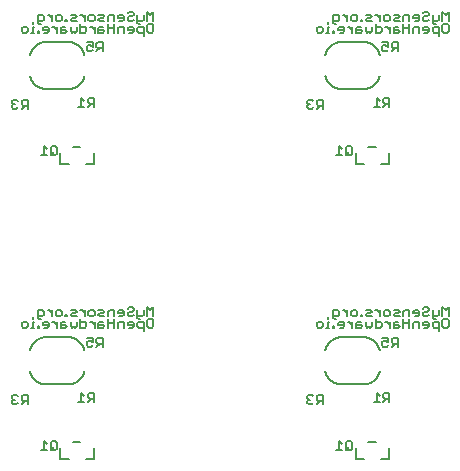
<source format=gbo>
G75*
%MOIN*%
%OFA0B0*%
%FSLAX25Y25*%
%IPPOS*%
%LPD*%
%AMOC8*
5,1,8,0,0,1.08239X$1,22.5*
%
%ADD10C,0.00500*%
%ADD11C,0.00800*%
D10*
X0035562Y0035733D02*
X0036578Y0035733D01*
X0037085Y0036240D01*
X0038317Y0035733D02*
X0039333Y0036748D01*
X0038825Y0036748D02*
X0040348Y0036748D01*
X0040348Y0035733D02*
X0040348Y0038779D01*
X0038825Y0038779D01*
X0038317Y0038271D01*
X0038317Y0037256D01*
X0038825Y0036748D01*
X0037085Y0038271D02*
X0036578Y0038779D01*
X0035562Y0038779D01*
X0035055Y0038271D01*
X0035055Y0037763D01*
X0035562Y0037256D01*
X0035055Y0036748D01*
X0035055Y0036240D01*
X0035562Y0035733D01*
X0035562Y0037256D02*
X0036070Y0037256D01*
X0045793Y0023340D02*
X0045793Y0020294D01*
X0044778Y0020294D02*
X0046809Y0020294D01*
X0048041Y0020294D02*
X0049056Y0021310D01*
X0049564Y0020294D02*
X0050071Y0020802D01*
X0050071Y0022832D01*
X0049564Y0023340D01*
X0048548Y0023340D01*
X0048041Y0022832D01*
X0048041Y0020802D01*
X0048548Y0020294D01*
X0049564Y0020294D01*
X0051229Y0020977D02*
X0051229Y0017421D01*
X0054023Y0017421D01*
X0055547Y0023009D02*
X0057960Y0023009D01*
X0062405Y0020977D02*
X0062405Y0017421D01*
X0059865Y0017421D01*
X0046809Y0022325D02*
X0045793Y0023340D01*
X0057253Y0036452D02*
X0059284Y0036452D01*
X0058269Y0036452D02*
X0058269Y0039498D01*
X0059284Y0038483D01*
X0060516Y0038991D02*
X0060516Y0037975D01*
X0061024Y0037468D01*
X0062547Y0037468D01*
X0062547Y0036452D02*
X0062547Y0039498D01*
X0061024Y0039498D01*
X0060516Y0038991D01*
X0061531Y0037468D02*
X0060516Y0036452D01*
X0060555Y0054873D02*
X0061571Y0054873D01*
X0062078Y0055381D01*
X0062078Y0056396D02*
X0061063Y0056904D01*
X0060555Y0056904D01*
X0060048Y0056396D01*
X0060048Y0055381D01*
X0060555Y0054873D01*
X0062078Y0056396D02*
X0062078Y0057919D01*
X0060048Y0057919D01*
X0059444Y0061093D02*
X0059951Y0061600D01*
X0059951Y0062615D01*
X0059444Y0063123D01*
X0057921Y0063123D01*
X0057921Y0064138D02*
X0057921Y0061093D01*
X0059444Y0061093D01*
X0061147Y0063123D02*
X0061655Y0063123D01*
X0062670Y0062108D01*
X0062670Y0061093D02*
X0062670Y0063123D01*
X0063902Y0062615D02*
X0063902Y0061093D01*
X0065425Y0061093D01*
X0065933Y0061600D01*
X0065425Y0062108D01*
X0063902Y0062108D01*
X0063902Y0062615D02*
X0064410Y0063123D01*
X0065425Y0063123D01*
X0067165Y0062615D02*
X0069196Y0062615D01*
X0070428Y0062615D02*
X0070428Y0061093D01*
X0069196Y0061093D02*
X0069196Y0064138D01*
X0069196Y0064990D02*
X0069196Y0067021D01*
X0067673Y0067021D01*
X0067165Y0066513D01*
X0067165Y0064990D01*
X0067165Y0064138D02*
X0067165Y0061093D01*
X0065341Y0057919D02*
X0063818Y0057919D01*
X0063310Y0057411D01*
X0063310Y0056396D01*
X0063818Y0055889D01*
X0065341Y0055889D01*
X0064326Y0055889D02*
X0063310Y0054873D01*
X0065341Y0054873D02*
X0065341Y0057919D01*
X0070428Y0062615D02*
X0070935Y0063123D01*
X0072458Y0063123D01*
X0072458Y0061093D01*
X0073690Y0062108D02*
X0075721Y0062108D01*
X0075721Y0062615D02*
X0075213Y0063123D01*
X0074198Y0063123D01*
X0073690Y0062615D01*
X0073690Y0062108D01*
X0074198Y0061093D02*
X0075213Y0061093D01*
X0075721Y0061600D01*
X0075721Y0062615D01*
X0076953Y0062615D02*
X0076953Y0061600D01*
X0077460Y0061093D01*
X0078983Y0061093D01*
X0078983Y0060077D02*
X0078983Y0063123D01*
X0077460Y0063123D01*
X0076953Y0062615D01*
X0077460Y0063975D02*
X0077968Y0063975D01*
X0077460Y0063975D02*
X0076953Y0064483D01*
X0076953Y0067021D01*
X0075721Y0067021D02*
X0075213Y0066513D01*
X0074198Y0066513D01*
X0073690Y0066005D01*
X0073690Y0065498D01*
X0074198Y0064990D01*
X0075213Y0064990D01*
X0075721Y0065498D01*
X0076953Y0064990D02*
X0078476Y0064990D01*
X0078983Y0065498D01*
X0078983Y0067021D01*
X0080215Y0068036D02*
X0080215Y0064990D01*
X0080723Y0064138D02*
X0080215Y0063631D01*
X0080215Y0061600D01*
X0080723Y0061093D01*
X0081738Y0061093D01*
X0082246Y0061600D01*
X0082246Y0063631D01*
X0081738Y0064138D01*
X0080723Y0064138D01*
X0082246Y0064990D02*
X0082246Y0068036D01*
X0081231Y0067021D01*
X0080215Y0068036D01*
X0075721Y0067528D02*
X0075721Y0067021D01*
X0075721Y0067528D02*
X0075213Y0068036D01*
X0074198Y0068036D01*
X0073690Y0067528D01*
X0072458Y0066513D02*
X0072458Y0065498D01*
X0071951Y0064990D01*
X0070935Y0064990D01*
X0070428Y0066005D02*
X0072458Y0066005D01*
X0072458Y0066513D02*
X0071951Y0067021D01*
X0070935Y0067021D01*
X0070428Y0066513D01*
X0070428Y0066005D01*
X0065933Y0066513D02*
X0065425Y0067021D01*
X0063902Y0067021D01*
X0064410Y0066005D02*
X0065425Y0066005D01*
X0065933Y0066513D01*
X0065933Y0064990D02*
X0064410Y0064990D01*
X0063902Y0065498D01*
X0064410Y0066005D01*
X0062670Y0065498D02*
X0062163Y0064990D01*
X0061147Y0064990D01*
X0060640Y0065498D01*
X0060640Y0066513D01*
X0061147Y0067021D01*
X0062163Y0067021D01*
X0062670Y0066513D01*
X0062670Y0065498D01*
X0059408Y0066005D02*
X0058392Y0067021D01*
X0057885Y0067021D01*
X0056689Y0066513D02*
X0056181Y0067021D01*
X0054658Y0067021D01*
X0055166Y0066005D02*
X0056181Y0066005D01*
X0056689Y0066513D01*
X0056689Y0064990D02*
X0055166Y0064990D01*
X0054658Y0065498D01*
X0055166Y0066005D01*
X0053426Y0065498D02*
X0052919Y0065498D01*
X0052919Y0064990D01*
X0053426Y0064990D01*
X0053426Y0065498D01*
X0051795Y0065498D02*
X0051287Y0064990D01*
X0050272Y0064990D01*
X0049764Y0065498D01*
X0049764Y0066513D01*
X0050272Y0067021D01*
X0051287Y0067021D01*
X0051795Y0066513D01*
X0051795Y0065498D01*
X0051903Y0063123D02*
X0051396Y0062615D01*
X0051396Y0061093D01*
X0052919Y0061093D01*
X0053426Y0061600D01*
X0052919Y0062108D01*
X0051396Y0062108D01*
X0051903Y0063123D02*
X0052919Y0063123D01*
X0054658Y0063123D02*
X0054658Y0061600D01*
X0055166Y0061093D01*
X0055674Y0061600D01*
X0056181Y0061093D01*
X0056689Y0061600D01*
X0056689Y0063123D01*
X0059408Y0064990D02*
X0059408Y0067021D01*
X0050164Y0063123D02*
X0050164Y0061093D01*
X0050164Y0062108D02*
X0049148Y0063123D01*
X0048641Y0063123D01*
X0047445Y0062615D02*
X0047445Y0061600D01*
X0046937Y0061093D01*
X0045922Y0061093D01*
X0045414Y0062108D02*
X0047445Y0062108D01*
X0047445Y0062615D02*
X0046937Y0063123D01*
X0045922Y0063123D01*
X0045414Y0062615D01*
X0045414Y0062108D01*
X0044182Y0061600D02*
X0043674Y0061600D01*
X0043674Y0061093D01*
X0044182Y0061093D01*
X0044182Y0061600D01*
X0042551Y0061093D02*
X0041536Y0061093D01*
X0042043Y0061093D02*
X0042043Y0063123D01*
X0042551Y0063123D01*
X0042043Y0064138D02*
X0042043Y0064646D01*
X0043783Y0064483D02*
X0043783Y0067021D01*
X0045306Y0067021D01*
X0045813Y0066513D01*
X0045813Y0065498D01*
X0045306Y0064990D01*
X0043783Y0064990D01*
X0043783Y0064483D02*
X0044291Y0063975D01*
X0044798Y0063975D01*
X0047009Y0067021D02*
X0047517Y0067021D01*
X0048532Y0066005D01*
X0048532Y0064990D02*
X0048532Y0067021D01*
X0040376Y0062615D02*
X0040376Y0061600D01*
X0039868Y0061093D01*
X0038853Y0061093D01*
X0038345Y0061600D01*
X0038345Y0062615D01*
X0038853Y0063123D01*
X0039868Y0063123D01*
X0040376Y0062615D01*
X0051229Y0115846D02*
X0051229Y0119402D01*
X0050071Y0119227D02*
X0050071Y0121258D01*
X0049564Y0121765D01*
X0048548Y0121765D01*
X0048041Y0121258D01*
X0048041Y0119227D01*
X0048548Y0118719D01*
X0049564Y0118719D01*
X0050071Y0119227D01*
X0049056Y0119735D02*
X0048041Y0118719D01*
X0046809Y0118719D02*
X0044778Y0118719D01*
X0045793Y0118719D02*
X0045793Y0121765D01*
X0046809Y0120750D01*
X0051229Y0115846D02*
X0054023Y0115846D01*
X0055547Y0121434D02*
X0057960Y0121434D01*
X0062405Y0119402D02*
X0062405Y0115846D01*
X0059865Y0115846D01*
X0059284Y0134878D02*
X0057253Y0134878D01*
X0058269Y0134878D02*
X0058269Y0137923D01*
X0059284Y0136908D01*
X0060516Y0137416D02*
X0060516Y0136400D01*
X0061024Y0135893D01*
X0062547Y0135893D01*
X0062547Y0134878D02*
X0062547Y0137923D01*
X0061024Y0137923D01*
X0060516Y0137416D01*
X0061531Y0135893D02*
X0060516Y0134878D01*
X0060555Y0153298D02*
X0061571Y0153298D01*
X0062078Y0153806D01*
X0062078Y0154821D02*
X0061063Y0155329D01*
X0060555Y0155329D01*
X0060048Y0154821D01*
X0060048Y0153806D01*
X0060555Y0153298D01*
X0062078Y0154821D02*
X0062078Y0156344D01*
X0060048Y0156344D01*
X0063310Y0155837D02*
X0063310Y0154821D01*
X0063818Y0154314D01*
X0065341Y0154314D01*
X0064326Y0154314D02*
X0063310Y0153298D01*
X0065341Y0153298D02*
X0065341Y0156344D01*
X0063818Y0156344D01*
X0063310Y0155837D01*
X0063902Y0159518D02*
X0065425Y0159518D01*
X0065933Y0160025D01*
X0065425Y0160533D01*
X0063902Y0160533D01*
X0063902Y0161041D02*
X0063902Y0159518D01*
X0062670Y0159518D02*
X0062670Y0161548D01*
X0061655Y0161548D02*
X0061147Y0161548D01*
X0061655Y0161548D02*
X0062670Y0160533D01*
X0063902Y0161041D02*
X0064410Y0161548D01*
X0065425Y0161548D01*
X0067165Y0161041D02*
X0069196Y0161041D01*
X0070428Y0161041D02*
X0070935Y0161548D01*
X0072458Y0161548D01*
X0072458Y0159518D01*
X0073690Y0160533D02*
X0075721Y0160533D01*
X0075721Y0160025D02*
X0075721Y0161041D01*
X0075213Y0161548D01*
X0074198Y0161548D01*
X0073690Y0161041D01*
X0073690Y0160533D01*
X0074198Y0159518D02*
X0075213Y0159518D01*
X0075721Y0160025D01*
X0076953Y0160025D02*
X0077460Y0159518D01*
X0078983Y0159518D01*
X0078983Y0158502D02*
X0078983Y0161548D01*
X0077460Y0161548D01*
X0076953Y0161041D01*
X0076953Y0160025D01*
X0077460Y0162400D02*
X0077968Y0162400D01*
X0077460Y0162400D02*
X0076953Y0162908D01*
X0076953Y0165446D01*
X0075721Y0165446D02*
X0075213Y0164938D01*
X0074198Y0164938D01*
X0073690Y0164431D01*
X0073690Y0163923D01*
X0074198Y0163415D01*
X0075213Y0163415D01*
X0075721Y0163923D01*
X0076953Y0163415D02*
X0078476Y0163415D01*
X0078983Y0163923D01*
X0078983Y0165446D01*
X0080215Y0166461D02*
X0080215Y0163415D01*
X0080723Y0162564D02*
X0080215Y0162056D01*
X0080215Y0160025D01*
X0080723Y0159518D01*
X0081738Y0159518D01*
X0082246Y0160025D01*
X0082246Y0162056D01*
X0081738Y0162564D01*
X0080723Y0162564D01*
X0082246Y0163415D02*
X0082246Y0166461D01*
X0081231Y0165446D01*
X0080215Y0166461D01*
X0075721Y0165954D02*
X0075721Y0165446D01*
X0075721Y0165954D02*
X0075213Y0166461D01*
X0074198Y0166461D01*
X0073690Y0165954D01*
X0072458Y0164938D02*
X0071951Y0165446D01*
X0070935Y0165446D01*
X0070428Y0164938D01*
X0070428Y0164431D01*
X0072458Y0164431D01*
X0072458Y0164938D02*
X0072458Y0163923D01*
X0071951Y0163415D01*
X0070935Y0163415D01*
X0069196Y0163415D02*
X0069196Y0165446D01*
X0067673Y0165446D01*
X0067165Y0164938D01*
X0067165Y0163415D01*
X0067165Y0162564D02*
X0067165Y0159518D01*
X0069196Y0159518D02*
X0069196Y0162564D01*
X0070428Y0161041D02*
X0070428Y0159518D01*
X0065933Y0163415D02*
X0064410Y0163415D01*
X0063902Y0163923D01*
X0064410Y0164431D01*
X0065425Y0164431D01*
X0065933Y0164938D01*
X0065425Y0165446D01*
X0063902Y0165446D01*
X0062670Y0164938D02*
X0062670Y0163923D01*
X0062163Y0163415D01*
X0061147Y0163415D01*
X0060640Y0163923D01*
X0060640Y0164938D01*
X0061147Y0165446D01*
X0062163Y0165446D01*
X0062670Y0164938D01*
X0059408Y0164431D02*
X0058392Y0165446D01*
X0057885Y0165446D01*
X0056689Y0164938D02*
X0056181Y0165446D01*
X0054658Y0165446D01*
X0055166Y0164431D02*
X0056181Y0164431D01*
X0056689Y0164938D01*
X0056689Y0163415D02*
X0055166Y0163415D01*
X0054658Y0163923D01*
X0055166Y0164431D01*
X0053426Y0163923D02*
X0052919Y0163923D01*
X0052919Y0163415D01*
X0053426Y0163415D01*
X0053426Y0163923D01*
X0051795Y0163923D02*
X0051287Y0163415D01*
X0050272Y0163415D01*
X0049764Y0163923D01*
X0049764Y0164938D01*
X0050272Y0165446D01*
X0051287Y0165446D01*
X0051795Y0164938D01*
X0051795Y0163923D01*
X0051903Y0161548D02*
X0051396Y0161041D01*
X0051396Y0159518D01*
X0052919Y0159518D01*
X0053426Y0160025D01*
X0052919Y0160533D01*
X0051396Y0160533D01*
X0051903Y0161548D02*
X0052919Y0161548D01*
X0054658Y0161548D02*
X0054658Y0160025D01*
X0055166Y0159518D01*
X0055674Y0160025D01*
X0056181Y0159518D01*
X0056689Y0160025D01*
X0056689Y0161548D01*
X0057921Y0161548D02*
X0059444Y0161548D01*
X0059951Y0161041D01*
X0059951Y0160025D01*
X0059444Y0159518D01*
X0057921Y0159518D01*
X0057921Y0162564D01*
X0059408Y0163415D02*
X0059408Y0165446D01*
X0050164Y0161548D02*
X0050164Y0159518D01*
X0050164Y0160533D02*
X0049148Y0161548D01*
X0048641Y0161548D01*
X0047445Y0161041D02*
X0046937Y0161548D01*
X0045922Y0161548D01*
X0045414Y0161041D01*
X0045414Y0160533D01*
X0047445Y0160533D01*
X0047445Y0160025D02*
X0047445Y0161041D01*
X0047445Y0160025D02*
X0046937Y0159518D01*
X0045922Y0159518D01*
X0044182Y0159518D02*
X0043674Y0159518D01*
X0043674Y0160025D01*
X0044182Y0160025D01*
X0044182Y0159518D01*
X0042551Y0159518D02*
X0041536Y0159518D01*
X0042043Y0159518D02*
X0042043Y0161548D01*
X0042551Y0161548D01*
X0042043Y0162564D02*
X0042043Y0163071D01*
X0043783Y0162908D02*
X0043783Y0165446D01*
X0045306Y0165446D01*
X0045813Y0164938D01*
X0045813Y0163923D01*
X0045306Y0163415D01*
X0043783Y0163415D01*
X0043783Y0162908D02*
X0044291Y0162400D01*
X0044798Y0162400D01*
X0047009Y0165446D02*
X0047517Y0165446D01*
X0048532Y0164431D01*
X0048532Y0165446D02*
X0048532Y0163415D01*
X0040376Y0161041D02*
X0040376Y0160025D01*
X0039868Y0159518D01*
X0038853Y0159518D01*
X0038345Y0160025D01*
X0038345Y0161041D01*
X0038853Y0161548D01*
X0039868Y0161548D01*
X0040376Y0161041D01*
X0040348Y0137204D02*
X0038825Y0137204D01*
X0038317Y0136696D01*
X0038317Y0135681D01*
X0038825Y0135173D01*
X0040348Y0135173D01*
X0040348Y0134158D02*
X0040348Y0137204D01*
X0039333Y0135173D02*
X0038317Y0134158D01*
X0037085Y0134665D02*
X0036578Y0134158D01*
X0035562Y0134158D01*
X0035055Y0134665D01*
X0035055Y0135173D01*
X0035562Y0135681D01*
X0036070Y0135681D01*
X0035562Y0135681D02*
X0035055Y0136188D01*
X0035055Y0136696D01*
X0035562Y0137204D01*
X0036578Y0137204D01*
X0037085Y0136696D01*
X0133480Y0136696D02*
X0133480Y0136188D01*
X0133988Y0135681D01*
X0133480Y0135173D01*
X0133480Y0134665D01*
X0133988Y0134158D01*
X0135003Y0134158D01*
X0135511Y0134665D01*
X0136743Y0134158D02*
X0137758Y0135173D01*
X0137250Y0135173D02*
X0138773Y0135173D01*
X0138773Y0134158D02*
X0138773Y0137204D01*
X0137250Y0137204D01*
X0136743Y0136696D01*
X0136743Y0135681D01*
X0137250Y0135173D01*
X0135511Y0136696D02*
X0135003Y0137204D01*
X0133988Y0137204D01*
X0133480Y0136696D01*
X0133988Y0135681D02*
X0134495Y0135681D01*
X0144219Y0121765D02*
X0144219Y0118719D01*
X0145234Y0118719D02*
X0143203Y0118719D01*
X0145234Y0120750D02*
X0144219Y0121765D01*
X0146466Y0121258D02*
X0146466Y0119227D01*
X0146973Y0118719D01*
X0147989Y0118719D01*
X0148496Y0119227D01*
X0148496Y0121258D01*
X0147989Y0121765D01*
X0146973Y0121765D01*
X0146466Y0121258D01*
X0147481Y0119735D02*
X0146466Y0118719D01*
X0149654Y0119402D02*
X0149654Y0115846D01*
X0152448Y0115846D01*
X0153972Y0121434D02*
X0156385Y0121434D01*
X0160830Y0119402D02*
X0160830Y0115846D01*
X0158290Y0115846D01*
X0157709Y0134878D02*
X0155678Y0134878D01*
X0156694Y0134878D02*
X0156694Y0137923D01*
X0157709Y0136908D01*
X0158941Y0136400D02*
X0159449Y0135893D01*
X0160972Y0135893D01*
X0160972Y0134878D02*
X0160972Y0137923D01*
X0159449Y0137923D01*
X0158941Y0137416D01*
X0158941Y0136400D01*
X0159956Y0135893D02*
X0158941Y0134878D01*
X0158981Y0153298D02*
X0159996Y0153298D01*
X0160504Y0153806D01*
X0160504Y0154821D02*
X0159488Y0155329D01*
X0158981Y0155329D01*
X0158473Y0154821D01*
X0158473Y0153806D01*
X0158981Y0153298D01*
X0160504Y0154821D02*
X0160504Y0156344D01*
X0158473Y0156344D01*
X0157869Y0159518D02*
X0156346Y0159518D01*
X0156346Y0162564D01*
X0156346Y0161548D02*
X0157869Y0161548D01*
X0158377Y0161041D01*
X0158377Y0160025D01*
X0157869Y0159518D01*
X0159573Y0161548D02*
X0160080Y0161548D01*
X0161096Y0160533D01*
X0161096Y0159518D02*
X0161096Y0161548D01*
X0162328Y0161041D02*
X0162835Y0161548D01*
X0163851Y0161548D01*
X0163851Y0160533D02*
X0162328Y0160533D01*
X0162328Y0161041D02*
X0162328Y0159518D01*
X0163851Y0159518D01*
X0164358Y0160025D01*
X0163851Y0160533D01*
X0165590Y0161041D02*
X0167621Y0161041D01*
X0168853Y0161041D02*
X0168853Y0159518D01*
X0167621Y0159518D02*
X0167621Y0162564D01*
X0167621Y0163415D02*
X0167621Y0165446D01*
X0166098Y0165446D01*
X0165590Y0164938D01*
X0165590Y0163415D01*
X0165590Y0162564D02*
X0165590Y0159518D01*
X0168853Y0161041D02*
X0169360Y0161548D01*
X0170883Y0161548D01*
X0170883Y0159518D01*
X0172115Y0160533D02*
X0174146Y0160533D01*
X0174146Y0160025D02*
X0174146Y0161041D01*
X0173638Y0161548D01*
X0172623Y0161548D01*
X0172115Y0161041D01*
X0172115Y0160533D01*
X0172623Y0159518D02*
X0173638Y0159518D01*
X0174146Y0160025D01*
X0175378Y0160025D02*
X0175886Y0159518D01*
X0177409Y0159518D01*
X0177409Y0158502D02*
X0177409Y0161548D01*
X0175886Y0161548D01*
X0175378Y0161041D01*
X0175378Y0160025D01*
X0175886Y0162400D02*
X0176393Y0162400D01*
X0175886Y0162400D02*
X0175378Y0162908D01*
X0175378Y0165446D01*
X0174146Y0165446D02*
X0173638Y0164938D01*
X0172623Y0164938D01*
X0172115Y0164431D01*
X0172115Y0163923D01*
X0172623Y0163415D01*
X0173638Y0163415D01*
X0174146Y0163923D01*
X0175378Y0163415D02*
X0176901Y0163415D01*
X0177409Y0163923D01*
X0177409Y0165446D01*
X0178641Y0166461D02*
X0178641Y0163415D01*
X0179148Y0162564D02*
X0178641Y0162056D01*
X0178641Y0160025D01*
X0179148Y0159518D01*
X0180164Y0159518D01*
X0180671Y0160025D01*
X0180671Y0162056D01*
X0180164Y0162564D01*
X0179148Y0162564D01*
X0180671Y0163415D02*
X0180671Y0166461D01*
X0179656Y0165446D01*
X0178641Y0166461D01*
X0174146Y0165954D02*
X0174146Y0165446D01*
X0174146Y0165954D02*
X0173638Y0166461D01*
X0172623Y0166461D01*
X0172115Y0165954D01*
X0170883Y0164938D02*
X0170376Y0165446D01*
X0169360Y0165446D01*
X0168853Y0164938D01*
X0168853Y0164431D01*
X0170883Y0164431D01*
X0170883Y0164938D02*
X0170883Y0163923D01*
X0170376Y0163415D01*
X0169360Y0163415D01*
X0164358Y0163415D02*
X0162835Y0163415D01*
X0162328Y0163923D01*
X0162835Y0164431D01*
X0163851Y0164431D01*
X0164358Y0164938D01*
X0163851Y0165446D01*
X0162328Y0165446D01*
X0161096Y0164938D02*
X0161096Y0163923D01*
X0160588Y0163415D01*
X0159573Y0163415D01*
X0159065Y0163923D01*
X0159065Y0164938D01*
X0159573Y0165446D01*
X0160588Y0165446D01*
X0161096Y0164938D01*
X0157833Y0164431D02*
X0156818Y0165446D01*
X0156310Y0165446D01*
X0155114Y0164938D02*
X0154606Y0164431D01*
X0153591Y0164431D01*
X0153083Y0163923D01*
X0153591Y0163415D01*
X0155114Y0163415D01*
X0155114Y0164938D02*
X0154606Y0165446D01*
X0153083Y0165446D01*
X0151851Y0163923D02*
X0151344Y0163923D01*
X0151344Y0163415D01*
X0151851Y0163415D01*
X0151851Y0163923D01*
X0150220Y0163923D02*
X0149712Y0163415D01*
X0148697Y0163415D01*
X0148190Y0163923D01*
X0148190Y0164938D01*
X0148697Y0165446D01*
X0149712Y0165446D01*
X0150220Y0164938D01*
X0150220Y0163923D01*
X0150328Y0161548D02*
X0149821Y0161041D01*
X0149821Y0159518D01*
X0151344Y0159518D01*
X0151851Y0160025D01*
X0151344Y0160533D01*
X0149821Y0160533D01*
X0150328Y0161548D02*
X0151344Y0161548D01*
X0153083Y0161548D02*
X0153083Y0160025D01*
X0153591Y0159518D01*
X0154099Y0160025D01*
X0154606Y0159518D01*
X0155114Y0160025D01*
X0155114Y0161548D01*
X0157833Y0163415D02*
X0157833Y0165446D01*
X0148589Y0161548D02*
X0148589Y0159518D01*
X0148589Y0160533D02*
X0147574Y0161548D01*
X0147066Y0161548D01*
X0145870Y0161041D02*
X0145362Y0161548D01*
X0144347Y0161548D01*
X0143839Y0161041D01*
X0143839Y0160533D01*
X0145870Y0160533D01*
X0145870Y0160025D02*
X0145870Y0161041D01*
X0145870Y0160025D02*
X0145362Y0159518D01*
X0144347Y0159518D01*
X0142607Y0159518D02*
X0142100Y0159518D01*
X0142100Y0160025D01*
X0142607Y0160025D01*
X0142607Y0159518D01*
X0140976Y0159518D02*
X0139961Y0159518D01*
X0140468Y0159518D02*
X0140468Y0161548D01*
X0140976Y0161548D01*
X0140468Y0162564D02*
X0140468Y0163071D01*
X0142208Y0162908D02*
X0142208Y0165446D01*
X0143731Y0165446D01*
X0144239Y0164938D01*
X0144239Y0163923D01*
X0143731Y0163415D01*
X0142208Y0163415D01*
X0142208Y0162908D02*
X0142716Y0162400D01*
X0143223Y0162400D01*
X0146957Y0163415D02*
X0146957Y0165446D01*
X0145942Y0165446D02*
X0145435Y0165446D01*
X0145942Y0165446D02*
X0146957Y0164431D01*
X0138801Y0161041D02*
X0138801Y0160025D01*
X0138293Y0159518D01*
X0137278Y0159518D01*
X0136770Y0160025D01*
X0136770Y0161041D01*
X0137278Y0161548D01*
X0138293Y0161548D01*
X0138801Y0161041D01*
X0161736Y0155837D02*
X0161736Y0154821D01*
X0162243Y0154314D01*
X0163766Y0154314D01*
X0162751Y0154314D02*
X0161736Y0153298D01*
X0163766Y0153298D02*
X0163766Y0156344D01*
X0162243Y0156344D01*
X0161736Y0155837D01*
X0172623Y0068036D02*
X0173638Y0068036D01*
X0174146Y0067528D01*
X0174146Y0067021D01*
X0173638Y0066513D01*
X0172623Y0066513D01*
X0172115Y0066005D01*
X0172115Y0065498D01*
X0172623Y0064990D01*
X0173638Y0064990D01*
X0174146Y0065498D01*
X0175378Y0064990D02*
X0176901Y0064990D01*
X0177409Y0065498D01*
X0177409Y0067021D01*
X0178641Y0068036D02*
X0178641Y0064990D01*
X0179148Y0064138D02*
X0178641Y0063631D01*
X0178641Y0061600D01*
X0179148Y0061093D01*
X0180164Y0061093D01*
X0180671Y0061600D01*
X0180671Y0063631D01*
X0180164Y0064138D01*
X0179148Y0064138D01*
X0180671Y0064990D02*
X0180671Y0068036D01*
X0179656Y0067021D01*
X0178641Y0068036D01*
X0175378Y0067021D02*
X0175378Y0064483D01*
X0175886Y0063975D01*
X0176393Y0063975D01*
X0175886Y0063123D02*
X0175378Y0062615D01*
X0175378Y0061600D01*
X0175886Y0061093D01*
X0177409Y0061093D01*
X0177409Y0060077D02*
X0177409Y0063123D01*
X0175886Y0063123D01*
X0174146Y0062615D02*
X0174146Y0061600D01*
X0173638Y0061093D01*
X0172623Y0061093D01*
X0172115Y0062108D02*
X0174146Y0062108D01*
X0174146Y0062615D02*
X0173638Y0063123D01*
X0172623Y0063123D01*
X0172115Y0062615D01*
X0172115Y0062108D01*
X0170883Y0061093D02*
X0170883Y0063123D01*
X0169360Y0063123D01*
X0168853Y0062615D01*
X0168853Y0061093D01*
X0167621Y0061093D02*
X0167621Y0064138D01*
X0167621Y0064990D02*
X0167621Y0067021D01*
X0166098Y0067021D01*
X0165590Y0066513D01*
X0165590Y0064990D01*
X0165590Y0064138D02*
X0165590Y0061093D01*
X0164358Y0061600D02*
X0163851Y0062108D01*
X0162328Y0062108D01*
X0162328Y0062615D02*
X0162328Y0061093D01*
X0163851Y0061093D01*
X0164358Y0061600D01*
X0165590Y0062615D02*
X0167621Y0062615D01*
X0169360Y0064990D02*
X0170376Y0064990D01*
X0170883Y0065498D01*
X0170883Y0066513D01*
X0170376Y0067021D01*
X0169360Y0067021D01*
X0168853Y0066513D01*
X0168853Y0066005D01*
X0170883Y0066005D01*
X0172115Y0067528D02*
X0172623Y0068036D01*
X0164358Y0066513D02*
X0163851Y0067021D01*
X0162328Y0067021D01*
X0162835Y0066005D02*
X0163851Y0066005D01*
X0164358Y0066513D01*
X0164358Y0064990D02*
X0162835Y0064990D01*
X0162328Y0065498D01*
X0162835Y0066005D01*
X0161096Y0066513D02*
X0161096Y0065498D01*
X0160588Y0064990D01*
X0159573Y0064990D01*
X0159065Y0065498D01*
X0159065Y0066513D01*
X0159573Y0067021D01*
X0160588Y0067021D01*
X0161096Y0066513D01*
X0157833Y0066005D02*
X0156818Y0067021D01*
X0156310Y0067021D01*
X0155114Y0066513D02*
X0154606Y0067021D01*
X0153083Y0067021D01*
X0153591Y0066005D02*
X0153083Y0065498D01*
X0153591Y0064990D01*
X0155114Y0064990D01*
X0154606Y0066005D02*
X0155114Y0066513D01*
X0154606Y0066005D02*
X0153591Y0066005D01*
X0151851Y0065498D02*
X0151344Y0065498D01*
X0151344Y0064990D01*
X0151851Y0064990D01*
X0151851Y0065498D01*
X0150220Y0065498D02*
X0150220Y0066513D01*
X0149712Y0067021D01*
X0148697Y0067021D01*
X0148190Y0066513D01*
X0148190Y0065498D01*
X0148697Y0064990D01*
X0149712Y0064990D01*
X0150220Y0065498D01*
X0150328Y0063123D02*
X0149821Y0062615D01*
X0149821Y0061093D01*
X0151344Y0061093D01*
X0151851Y0061600D01*
X0151344Y0062108D01*
X0149821Y0062108D01*
X0150328Y0063123D02*
X0151344Y0063123D01*
X0153083Y0063123D02*
X0153083Y0061600D01*
X0153591Y0061093D01*
X0154099Y0061600D01*
X0154606Y0061093D01*
X0155114Y0061600D01*
X0155114Y0063123D01*
X0156346Y0063123D02*
X0157869Y0063123D01*
X0158377Y0062615D01*
X0158377Y0061600D01*
X0157869Y0061093D01*
X0156346Y0061093D01*
X0156346Y0064138D01*
X0157833Y0064990D02*
X0157833Y0067021D01*
X0159573Y0063123D02*
X0160080Y0063123D01*
X0161096Y0062108D01*
X0161096Y0061093D02*
X0161096Y0063123D01*
X0162328Y0062615D02*
X0162835Y0063123D01*
X0163851Y0063123D01*
X0163766Y0057919D02*
X0162243Y0057919D01*
X0161736Y0057411D01*
X0161736Y0056396D01*
X0162243Y0055889D01*
X0163766Y0055889D01*
X0162751Y0055889D02*
X0161736Y0054873D01*
X0160504Y0055381D02*
X0159996Y0054873D01*
X0158981Y0054873D01*
X0158473Y0055381D01*
X0158473Y0056396D01*
X0158981Y0056904D01*
X0159488Y0056904D01*
X0160504Y0056396D01*
X0160504Y0057919D01*
X0158473Y0057919D01*
X0163766Y0057919D02*
X0163766Y0054873D01*
X0160972Y0039498D02*
X0159449Y0039498D01*
X0158941Y0038991D01*
X0158941Y0037975D01*
X0159449Y0037468D01*
X0160972Y0037468D01*
X0159956Y0037468D02*
X0158941Y0036452D01*
X0157709Y0036452D02*
X0155678Y0036452D01*
X0156694Y0036452D02*
X0156694Y0039498D01*
X0157709Y0038483D01*
X0160972Y0039498D02*
X0160972Y0036452D01*
X0156385Y0023009D02*
X0153972Y0023009D01*
X0149654Y0020977D02*
X0149654Y0017421D01*
X0152448Y0017421D01*
X0148496Y0020802D02*
X0147989Y0020294D01*
X0146973Y0020294D01*
X0146466Y0020802D01*
X0146466Y0022832D01*
X0146973Y0023340D01*
X0147989Y0023340D01*
X0148496Y0022832D01*
X0148496Y0020802D01*
X0147481Y0021310D02*
X0146466Y0020294D01*
X0145234Y0020294D02*
X0143203Y0020294D01*
X0144219Y0020294D02*
X0144219Y0023340D01*
X0145234Y0022325D01*
X0158290Y0017421D02*
X0160830Y0017421D01*
X0160830Y0020977D01*
X0138773Y0035733D02*
X0138773Y0038779D01*
X0137250Y0038779D01*
X0136743Y0038271D01*
X0136743Y0037256D01*
X0137250Y0036748D01*
X0138773Y0036748D01*
X0137758Y0036748D02*
X0136743Y0035733D01*
X0135511Y0036240D02*
X0135003Y0035733D01*
X0133988Y0035733D01*
X0133480Y0036240D01*
X0133480Y0036748D01*
X0133988Y0037256D01*
X0134495Y0037256D01*
X0133988Y0037256D02*
X0133480Y0037763D01*
X0133480Y0038271D01*
X0133988Y0038779D01*
X0135003Y0038779D01*
X0135511Y0038271D01*
X0137278Y0061093D02*
X0136770Y0061600D01*
X0136770Y0062615D01*
X0137278Y0063123D01*
X0138293Y0063123D01*
X0138801Y0062615D01*
X0138801Y0061600D01*
X0138293Y0061093D01*
X0137278Y0061093D01*
X0139961Y0061093D02*
X0140976Y0061093D01*
X0140468Y0061093D02*
X0140468Y0063123D01*
X0140976Y0063123D01*
X0140468Y0064138D02*
X0140468Y0064646D01*
X0142208Y0064483D02*
X0142208Y0067021D01*
X0143731Y0067021D01*
X0144239Y0066513D01*
X0144239Y0065498D01*
X0143731Y0064990D01*
X0142208Y0064990D01*
X0142208Y0064483D02*
X0142716Y0063975D01*
X0143223Y0063975D01*
X0144347Y0063123D02*
X0143839Y0062615D01*
X0143839Y0062108D01*
X0145870Y0062108D01*
X0145870Y0062615D02*
X0145362Y0063123D01*
X0144347Y0063123D01*
X0145870Y0062615D02*
X0145870Y0061600D01*
X0145362Y0061093D01*
X0144347Y0061093D01*
X0142607Y0061093D02*
X0142100Y0061093D01*
X0142100Y0061600D01*
X0142607Y0061600D01*
X0142607Y0061093D01*
X0147066Y0063123D02*
X0147574Y0063123D01*
X0148589Y0062108D01*
X0148589Y0061093D02*
X0148589Y0063123D01*
X0146957Y0064990D02*
X0146957Y0067021D01*
X0145942Y0067021D02*
X0145435Y0067021D01*
X0145942Y0067021D02*
X0146957Y0066005D01*
D11*
X0144701Y0058087D02*
X0152575Y0058087D01*
X0152724Y0058074D01*
X0152873Y0058058D01*
X0153021Y0058038D01*
X0153168Y0058014D01*
X0153315Y0057986D01*
X0153461Y0057955D01*
X0153606Y0057919D01*
X0153751Y0057880D01*
X0153894Y0057836D01*
X0154036Y0057789D01*
X0154176Y0057739D01*
X0154315Y0057684D01*
X0154453Y0057626D01*
X0154589Y0057565D01*
X0154724Y0057499D01*
X0154857Y0057431D01*
X0154987Y0057359D01*
X0155116Y0057283D01*
X0155243Y0057204D01*
X0155368Y0057121D01*
X0155491Y0057036D01*
X0155611Y0056947D01*
X0155729Y0056855D01*
X0155844Y0056760D01*
X0155957Y0056662D01*
X0156067Y0056561D01*
X0156174Y0056457D01*
X0156279Y0056350D01*
X0156381Y0056241D01*
X0156480Y0056129D01*
X0156576Y0056014D01*
X0156669Y0055897D01*
X0156759Y0055778D01*
X0156845Y0055656D01*
X0156928Y0055532D01*
X0157009Y0055406D01*
X0157085Y0055277D01*
X0157158Y0055147D01*
X0157228Y0055015D01*
X0157295Y0054881D01*
X0157357Y0054745D01*
X0157416Y0054608D01*
X0157472Y0054469D01*
X0157524Y0054329D01*
X0157572Y0054187D01*
X0157616Y0054045D01*
X0157657Y0053901D01*
X0157693Y0053756D01*
X0157693Y0046669D02*
X0157657Y0046524D01*
X0157616Y0046381D01*
X0157572Y0046238D01*
X0157524Y0046096D01*
X0157472Y0045956D01*
X0157416Y0045817D01*
X0157357Y0045680D01*
X0157295Y0045544D01*
X0157228Y0045410D01*
X0157159Y0045278D01*
X0157085Y0045148D01*
X0157009Y0045019D01*
X0156929Y0044893D01*
X0156845Y0044769D01*
X0156759Y0044647D01*
X0156669Y0044528D01*
X0156576Y0044411D01*
X0156480Y0044296D01*
X0156381Y0044184D01*
X0156279Y0044075D01*
X0156175Y0043968D01*
X0156067Y0043864D01*
X0155957Y0043763D01*
X0155844Y0043665D01*
X0155729Y0043570D01*
X0155611Y0043478D01*
X0155491Y0043389D01*
X0155368Y0043303D01*
X0155243Y0043221D01*
X0155116Y0043142D01*
X0154987Y0043066D01*
X0154857Y0042994D01*
X0154724Y0042925D01*
X0154589Y0042860D01*
X0154453Y0042799D01*
X0154315Y0042741D01*
X0154176Y0042686D01*
X0154035Y0042636D01*
X0153894Y0042589D01*
X0153750Y0042545D01*
X0153606Y0042506D01*
X0153461Y0042470D01*
X0153315Y0042439D01*
X0153168Y0042411D01*
X0153021Y0042387D01*
X0152872Y0042367D01*
X0152724Y0042351D01*
X0152575Y0042338D01*
X0152575Y0042339D02*
X0144701Y0042339D01*
X0144701Y0042338D02*
X0144552Y0042351D01*
X0144403Y0042367D01*
X0144255Y0042387D01*
X0144108Y0042411D01*
X0143961Y0042439D01*
X0143815Y0042470D01*
X0143670Y0042506D01*
X0143525Y0042545D01*
X0143382Y0042589D01*
X0143240Y0042636D01*
X0143100Y0042686D01*
X0142961Y0042741D01*
X0142823Y0042799D01*
X0142687Y0042860D01*
X0142552Y0042926D01*
X0142419Y0042994D01*
X0142289Y0043066D01*
X0142160Y0043142D01*
X0142033Y0043221D01*
X0141908Y0043304D01*
X0141785Y0043389D01*
X0141665Y0043478D01*
X0141547Y0043570D01*
X0141432Y0043665D01*
X0141319Y0043763D01*
X0141209Y0043864D01*
X0141102Y0043968D01*
X0140997Y0044075D01*
X0140895Y0044184D01*
X0140796Y0044296D01*
X0140700Y0044411D01*
X0140607Y0044528D01*
X0140517Y0044647D01*
X0140431Y0044769D01*
X0140348Y0044893D01*
X0140267Y0045019D01*
X0140191Y0045148D01*
X0140118Y0045278D01*
X0140048Y0045410D01*
X0139981Y0045544D01*
X0139919Y0045680D01*
X0139860Y0045817D01*
X0139804Y0045956D01*
X0139752Y0046096D01*
X0139704Y0046238D01*
X0139660Y0046380D01*
X0139619Y0046524D01*
X0139583Y0046669D01*
X0139583Y0053756D02*
X0139619Y0053901D01*
X0139660Y0054044D01*
X0139704Y0054187D01*
X0139752Y0054329D01*
X0139804Y0054469D01*
X0139860Y0054608D01*
X0139919Y0054745D01*
X0139981Y0054881D01*
X0140048Y0055015D01*
X0140117Y0055147D01*
X0140191Y0055277D01*
X0140267Y0055406D01*
X0140347Y0055532D01*
X0140431Y0055656D01*
X0140517Y0055778D01*
X0140607Y0055897D01*
X0140700Y0056014D01*
X0140796Y0056129D01*
X0140895Y0056241D01*
X0140997Y0056350D01*
X0141101Y0056457D01*
X0141209Y0056561D01*
X0141319Y0056662D01*
X0141432Y0056760D01*
X0141547Y0056855D01*
X0141665Y0056947D01*
X0141785Y0057036D01*
X0141908Y0057122D01*
X0142033Y0057204D01*
X0142160Y0057283D01*
X0142289Y0057359D01*
X0142419Y0057431D01*
X0142552Y0057500D01*
X0142687Y0057565D01*
X0142823Y0057626D01*
X0142961Y0057684D01*
X0143100Y0057739D01*
X0143241Y0057789D01*
X0143382Y0057836D01*
X0143526Y0057880D01*
X0143670Y0057919D01*
X0143815Y0057955D01*
X0143961Y0057986D01*
X0144108Y0058014D01*
X0144255Y0058038D01*
X0144404Y0058058D01*
X0144552Y0058074D01*
X0144701Y0058087D01*
X0144701Y0140764D02*
X0152575Y0140764D01*
X0152575Y0140763D02*
X0152724Y0140776D01*
X0152872Y0140792D01*
X0153021Y0140812D01*
X0153168Y0140836D01*
X0153315Y0140864D01*
X0153461Y0140895D01*
X0153606Y0140931D01*
X0153750Y0140970D01*
X0153894Y0141014D01*
X0154035Y0141061D01*
X0154176Y0141111D01*
X0154315Y0141166D01*
X0154453Y0141224D01*
X0154589Y0141285D01*
X0154724Y0141350D01*
X0154857Y0141419D01*
X0154987Y0141491D01*
X0155116Y0141567D01*
X0155243Y0141646D01*
X0155368Y0141728D01*
X0155491Y0141814D01*
X0155611Y0141903D01*
X0155729Y0141995D01*
X0155844Y0142090D01*
X0155957Y0142188D01*
X0156067Y0142289D01*
X0156175Y0142393D01*
X0156279Y0142500D01*
X0156381Y0142609D01*
X0156480Y0142721D01*
X0156576Y0142836D01*
X0156669Y0142953D01*
X0156759Y0143072D01*
X0156845Y0143194D01*
X0156929Y0143318D01*
X0157009Y0143444D01*
X0157085Y0143573D01*
X0157159Y0143703D01*
X0157228Y0143835D01*
X0157295Y0143969D01*
X0157357Y0144105D01*
X0157416Y0144242D01*
X0157472Y0144381D01*
X0157524Y0144521D01*
X0157572Y0144663D01*
X0157616Y0144806D01*
X0157657Y0144949D01*
X0157693Y0145094D01*
X0157693Y0152181D02*
X0157657Y0152326D01*
X0157616Y0152470D01*
X0157572Y0152612D01*
X0157524Y0152754D01*
X0157472Y0152894D01*
X0157416Y0153033D01*
X0157357Y0153170D01*
X0157295Y0153306D01*
X0157228Y0153440D01*
X0157158Y0153572D01*
X0157085Y0153702D01*
X0157009Y0153831D01*
X0156928Y0153957D01*
X0156845Y0154081D01*
X0156759Y0154203D01*
X0156669Y0154322D01*
X0156576Y0154439D01*
X0156480Y0154554D01*
X0156381Y0154666D01*
X0156279Y0154775D01*
X0156174Y0154882D01*
X0156067Y0154986D01*
X0155957Y0155087D01*
X0155844Y0155185D01*
X0155729Y0155280D01*
X0155611Y0155372D01*
X0155491Y0155461D01*
X0155368Y0155546D01*
X0155243Y0155629D01*
X0155116Y0155708D01*
X0154987Y0155784D01*
X0154857Y0155856D01*
X0154724Y0155924D01*
X0154589Y0155990D01*
X0154453Y0156051D01*
X0154315Y0156109D01*
X0154176Y0156164D01*
X0154036Y0156214D01*
X0153894Y0156261D01*
X0153751Y0156305D01*
X0153606Y0156344D01*
X0153461Y0156380D01*
X0153315Y0156411D01*
X0153168Y0156439D01*
X0153021Y0156463D01*
X0152873Y0156483D01*
X0152724Y0156499D01*
X0152575Y0156512D01*
X0144701Y0156512D01*
X0144701Y0156513D02*
X0144552Y0156500D01*
X0144404Y0156484D01*
X0144255Y0156464D01*
X0144108Y0156440D01*
X0143961Y0156412D01*
X0143815Y0156381D01*
X0143670Y0156345D01*
X0143526Y0156306D01*
X0143382Y0156262D01*
X0143241Y0156215D01*
X0143100Y0156165D01*
X0142961Y0156110D01*
X0142823Y0156052D01*
X0142687Y0155991D01*
X0142552Y0155926D01*
X0142419Y0155857D01*
X0142289Y0155785D01*
X0142160Y0155709D01*
X0142033Y0155630D01*
X0141908Y0155548D01*
X0141785Y0155462D01*
X0141665Y0155373D01*
X0141547Y0155281D01*
X0141432Y0155186D01*
X0141319Y0155088D01*
X0141209Y0154987D01*
X0141101Y0154883D01*
X0140997Y0154776D01*
X0140895Y0154667D01*
X0140796Y0154555D01*
X0140700Y0154440D01*
X0140607Y0154323D01*
X0140517Y0154204D01*
X0140431Y0154082D01*
X0140347Y0153958D01*
X0140267Y0153832D01*
X0140191Y0153703D01*
X0140117Y0153573D01*
X0140048Y0153441D01*
X0139981Y0153307D01*
X0139919Y0153171D01*
X0139860Y0153034D01*
X0139804Y0152895D01*
X0139752Y0152755D01*
X0139704Y0152613D01*
X0139660Y0152470D01*
X0139619Y0152327D01*
X0139583Y0152182D01*
X0139583Y0145094D02*
X0139619Y0144949D01*
X0139660Y0144805D01*
X0139704Y0144663D01*
X0139752Y0144521D01*
X0139804Y0144381D01*
X0139860Y0144242D01*
X0139919Y0144105D01*
X0139981Y0143969D01*
X0140048Y0143835D01*
X0140118Y0143703D01*
X0140191Y0143573D01*
X0140267Y0143444D01*
X0140348Y0143318D01*
X0140431Y0143194D01*
X0140517Y0143072D01*
X0140607Y0142953D01*
X0140700Y0142836D01*
X0140796Y0142721D01*
X0140895Y0142609D01*
X0140997Y0142500D01*
X0141102Y0142393D01*
X0141209Y0142289D01*
X0141319Y0142188D01*
X0141432Y0142090D01*
X0141547Y0141995D01*
X0141665Y0141903D01*
X0141785Y0141814D01*
X0141908Y0141729D01*
X0142033Y0141646D01*
X0142160Y0141567D01*
X0142289Y0141491D01*
X0142419Y0141419D01*
X0142552Y0141351D01*
X0142687Y0141285D01*
X0142823Y0141224D01*
X0142961Y0141166D01*
X0143100Y0141111D01*
X0143240Y0141061D01*
X0143382Y0141014D01*
X0143525Y0140970D01*
X0143670Y0140931D01*
X0143815Y0140895D01*
X0143961Y0140864D01*
X0144108Y0140836D01*
X0144255Y0140812D01*
X0144403Y0140792D01*
X0144552Y0140776D01*
X0144701Y0140763D01*
X0054150Y0140764D02*
X0046276Y0140764D01*
X0046276Y0140763D02*
X0046127Y0140776D01*
X0045978Y0140792D01*
X0045830Y0140812D01*
X0045683Y0140836D01*
X0045536Y0140864D01*
X0045390Y0140895D01*
X0045245Y0140931D01*
X0045100Y0140970D01*
X0044957Y0141014D01*
X0044815Y0141061D01*
X0044675Y0141111D01*
X0044536Y0141166D01*
X0044398Y0141224D01*
X0044262Y0141285D01*
X0044127Y0141351D01*
X0043994Y0141419D01*
X0043864Y0141491D01*
X0043735Y0141567D01*
X0043608Y0141646D01*
X0043483Y0141729D01*
X0043360Y0141814D01*
X0043240Y0141903D01*
X0043122Y0141995D01*
X0043007Y0142090D01*
X0042894Y0142188D01*
X0042784Y0142289D01*
X0042677Y0142393D01*
X0042572Y0142500D01*
X0042470Y0142609D01*
X0042371Y0142721D01*
X0042275Y0142836D01*
X0042182Y0142953D01*
X0042092Y0143072D01*
X0042006Y0143194D01*
X0041923Y0143318D01*
X0041842Y0143444D01*
X0041766Y0143573D01*
X0041693Y0143703D01*
X0041623Y0143835D01*
X0041556Y0143969D01*
X0041494Y0144105D01*
X0041435Y0144242D01*
X0041379Y0144381D01*
X0041327Y0144521D01*
X0041279Y0144663D01*
X0041235Y0144805D01*
X0041194Y0144949D01*
X0041158Y0145094D01*
X0041157Y0152182D02*
X0041193Y0152327D01*
X0041234Y0152470D01*
X0041278Y0152613D01*
X0041326Y0152755D01*
X0041378Y0152895D01*
X0041434Y0153034D01*
X0041493Y0153171D01*
X0041555Y0153307D01*
X0041622Y0153441D01*
X0041691Y0153573D01*
X0041765Y0153703D01*
X0041841Y0153832D01*
X0041921Y0153958D01*
X0042005Y0154082D01*
X0042091Y0154204D01*
X0042181Y0154323D01*
X0042274Y0154440D01*
X0042370Y0154555D01*
X0042469Y0154667D01*
X0042571Y0154776D01*
X0042675Y0154883D01*
X0042783Y0154987D01*
X0042893Y0155088D01*
X0043006Y0155186D01*
X0043121Y0155281D01*
X0043239Y0155373D01*
X0043359Y0155462D01*
X0043482Y0155548D01*
X0043607Y0155630D01*
X0043734Y0155709D01*
X0043863Y0155785D01*
X0043993Y0155857D01*
X0044126Y0155926D01*
X0044261Y0155991D01*
X0044397Y0156052D01*
X0044535Y0156110D01*
X0044674Y0156165D01*
X0044815Y0156215D01*
X0044956Y0156262D01*
X0045100Y0156306D01*
X0045244Y0156345D01*
X0045389Y0156381D01*
X0045535Y0156412D01*
X0045682Y0156440D01*
X0045829Y0156464D01*
X0045978Y0156484D01*
X0046126Y0156500D01*
X0046275Y0156513D01*
X0046276Y0156512D02*
X0054150Y0156512D01*
X0054149Y0156512D02*
X0054298Y0156499D01*
X0054447Y0156483D01*
X0054595Y0156463D01*
X0054742Y0156439D01*
X0054889Y0156411D01*
X0055035Y0156380D01*
X0055180Y0156344D01*
X0055325Y0156305D01*
X0055468Y0156261D01*
X0055610Y0156214D01*
X0055750Y0156164D01*
X0055889Y0156109D01*
X0056027Y0156051D01*
X0056163Y0155990D01*
X0056298Y0155924D01*
X0056431Y0155856D01*
X0056561Y0155784D01*
X0056690Y0155708D01*
X0056817Y0155629D01*
X0056942Y0155546D01*
X0057065Y0155461D01*
X0057185Y0155372D01*
X0057303Y0155280D01*
X0057418Y0155185D01*
X0057531Y0155087D01*
X0057641Y0154986D01*
X0057748Y0154882D01*
X0057853Y0154775D01*
X0057955Y0154666D01*
X0058054Y0154554D01*
X0058150Y0154439D01*
X0058243Y0154322D01*
X0058333Y0154203D01*
X0058419Y0154081D01*
X0058502Y0153957D01*
X0058583Y0153831D01*
X0058659Y0153702D01*
X0058732Y0153572D01*
X0058802Y0153440D01*
X0058869Y0153306D01*
X0058931Y0153170D01*
X0058990Y0153033D01*
X0059046Y0152894D01*
X0059098Y0152754D01*
X0059146Y0152612D01*
X0059190Y0152470D01*
X0059231Y0152326D01*
X0059267Y0152181D01*
X0059268Y0145094D02*
X0059232Y0144949D01*
X0059191Y0144806D01*
X0059147Y0144663D01*
X0059099Y0144521D01*
X0059047Y0144381D01*
X0058991Y0144242D01*
X0058932Y0144105D01*
X0058870Y0143969D01*
X0058803Y0143835D01*
X0058734Y0143703D01*
X0058660Y0143573D01*
X0058584Y0143444D01*
X0058504Y0143318D01*
X0058420Y0143194D01*
X0058334Y0143072D01*
X0058244Y0142953D01*
X0058151Y0142836D01*
X0058055Y0142721D01*
X0057956Y0142609D01*
X0057854Y0142500D01*
X0057750Y0142393D01*
X0057642Y0142289D01*
X0057532Y0142188D01*
X0057419Y0142090D01*
X0057304Y0141995D01*
X0057186Y0141903D01*
X0057066Y0141814D01*
X0056943Y0141728D01*
X0056818Y0141646D01*
X0056691Y0141567D01*
X0056562Y0141491D01*
X0056432Y0141419D01*
X0056299Y0141350D01*
X0056164Y0141285D01*
X0056028Y0141224D01*
X0055890Y0141166D01*
X0055751Y0141111D01*
X0055610Y0141061D01*
X0055469Y0141014D01*
X0055325Y0140970D01*
X0055181Y0140931D01*
X0055036Y0140895D01*
X0054890Y0140864D01*
X0054743Y0140836D01*
X0054596Y0140812D01*
X0054447Y0140792D01*
X0054299Y0140776D01*
X0054150Y0140763D01*
X0054150Y0058087D02*
X0046276Y0058087D01*
X0046275Y0058087D02*
X0046126Y0058074D01*
X0045978Y0058058D01*
X0045829Y0058038D01*
X0045682Y0058014D01*
X0045535Y0057986D01*
X0045389Y0057955D01*
X0045244Y0057919D01*
X0045100Y0057880D01*
X0044956Y0057836D01*
X0044815Y0057789D01*
X0044674Y0057739D01*
X0044535Y0057684D01*
X0044397Y0057626D01*
X0044261Y0057565D01*
X0044126Y0057500D01*
X0043993Y0057431D01*
X0043863Y0057359D01*
X0043734Y0057283D01*
X0043607Y0057204D01*
X0043482Y0057122D01*
X0043359Y0057036D01*
X0043239Y0056947D01*
X0043121Y0056855D01*
X0043006Y0056760D01*
X0042893Y0056662D01*
X0042783Y0056561D01*
X0042675Y0056457D01*
X0042571Y0056350D01*
X0042469Y0056241D01*
X0042370Y0056129D01*
X0042274Y0056014D01*
X0042181Y0055897D01*
X0042091Y0055778D01*
X0042005Y0055656D01*
X0041921Y0055532D01*
X0041841Y0055406D01*
X0041765Y0055277D01*
X0041691Y0055147D01*
X0041622Y0055015D01*
X0041555Y0054881D01*
X0041493Y0054745D01*
X0041434Y0054608D01*
X0041378Y0054469D01*
X0041326Y0054329D01*
X0041278Y0054187D01*
X0041234Y0054044D01*
X0041193Y0053901D01*
X0041157Y0053756D01*
X0041158Y0046669D02*
X0041194Y0046524D01*
X0041235Y0046380D01*
X0041279Y0046238D01*
X0041327Y0046096D01*
X0041379Y0045956D01*
X0041435Y0045817D01*
X0041494Y0045680D01*
X0041556Y0045544D01*
X0041623Y0045410D01*
X0041693Y0045278D01*
X0041766Y0045148D01*
X0041842Y0045019D01*
X0041923Y0044893D01*
X0042006Y0044769D01*
X0042092Y0044647D01*
X0042182Y0044528D01*
X0042275Y0044411D01*
X0042371Y0044296D01*
X0042470Y0044184D01*
X0042572Y0044075D01*
X0042677Y0043968D01*
X0042784Y0043864D01*
X0042894Y0043763D01*
X0043007Y0043665D01*
X0043122Y0043570D01*
X0043240Y0043478D01*
X0043360Y0043389D01*
X0043483Y0043304D01*
X0043608Y0043221D01*
X0043735Y0043142D01*
X0043864Y0043066D01*
X0043994Y0042994D01*
X0044127Y0042926D01*
X0044262Y0042860D01*
X0044398Y0042799D01*
X0044536Y0042741D01*
X0044675Y0042686D01*
X0044815Y0042636D01*
X0044957Y0042589D01*
X0045100Y0042545D01*
X0045245Y0042506D01*
X0045390Y0042470D01*
X0045536Y0042439D01*
X0045683Y0042411D01*
X0045830Y0042387D01*
X0045978Y0042367D01*
X0046127Y0042351D01*
X0046276Y0042338D01*
X0046276Y0042339D02*
X0054150Y0042339D01*
X0054150Y0042338D02*
X0054299Y0042351D01*
X0054447Y0042367D01*
X0054596Y0042387D01*
X0054743Y0042411D01*
X0054890Y0042439D01*
X0055036Y0042470D01*
X0055181Y0042506D01*
X0055325Y0042545D01*
X0055469Y0042589D01*
X0055610Y0042636D01*
X0055751Y0042686D01*
X0055890Y0042741D01*
X0056028Y0042799D01*
X0056164Y0042860D01*
X0056299Y0042925D01*
X0056432Y0042994D01*
X0056562Y0043066D01*
X0056691Y0043142D01*
X0056818Y0043221D01*
X0056943Y0043303D01*
X0057066Y0043389D01*
X0057186Y0043478D01*
X0057304Y0043570D01*
X0057419Y0043665D01*
X0057532Y0043763D01*
X0057642Y0043864D01*
X0057750Y0043968D01*
X0057854Y0044075D01*
X0057956Y0044184D01*
X0058055Y0044296D01*
X0058151Y0044411D01*
X0058244Y0044528D01*
X0058334Y0044647D01*
X0058420Y0044769D01*
X0058504Y0044893D01*
X0058584Y0045019D01*
X0058660Y0045148D01*
X0058734Y0045278D01*
X0058803Y0045410D01*
X0058870Y0045544D01*
X0058932Y0045680D01*
X0058991Y0045817D01*
X0059047Y0045956D01*
X0059099Y0046096D01*
X0059147Y0046238D01*
X0059191Y0046381D01*
X0059232Y0046524D01*
X0059268Y0046669D01*
X0059267Y0053756D02*
X0059231Y0053901D01*
X0059190Y0054045D01*
X0059146Y0054187D01*
X0059098Y0054329D01*
X0059046Y0054469D01*
X0058990Y0054608D01*
X0058931Y0054745D01*
X0058869Y0054881D01*
X0058802Y0055015D01*
X0058732Y0055147D01*
X0058659Y0055277D01*
X0058583Y0055406D01*
X0058502Y0055532D01*
X0058419Y0055656D01*
X0058333Y0055778D01*
X0058243Y0055897D01*
X0058150Y0056014D01*
X0058054Y0056129D01*
X0057955Y0056241D01*
X0057853Y0056350D01*
X0057748Y0056457D01*
X0057641Y0056561D01*
X0057531Y0056662D01*
X0057418Y0056760D01*
X0057303Y0056855D01*
X0057185Y0056947D01*
X0057065Y0057036D01*
X0056942Y0057121D01*
X0056817Y0057204D01*
X0056690Y0057283D01*
X0056561Y0057359D01*
X0056431Y0057431D01*
X0056298Y0057499D01*
X0056163Y0057565D01*
X0056027Y0057626D01*
X0055889Y0057684D01*
X0055750Y0057739D01*
X0055610Y0057789D01*
X0055468Y0057836D01*
X0055325Y0057880D01*
X0055180Y0057919D01*
X0055035Y0057955D01*
X0054889Y0057986D01*
X0054742Y0058014D01*
X0054595Y0058038D01*
X0054447Y0058058D01*
X0054298Y0058074D01*
X0054149Y0058087D01*
M02*

</source>
